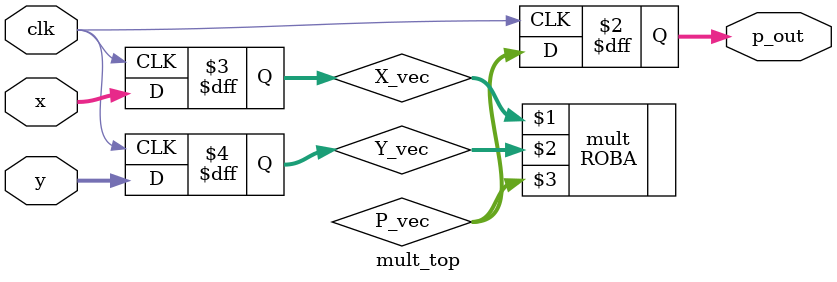
<source format=v>

`include "timescale.v"

module mult_top(
    // Clock and reset
    input clk,
    // Input X has a form x_i%d where %d denotes the bit number
    input  [15:0] x,
    // Input Y has a form y_i%d where %d denotes the bit number
    input  [15:0] y,
    // Output P has a form p_out%d where %d denotes the bit number
    output reg [31:0] p_out
    );

    
    // Now we have X_vec and Y_vec signal 
    // Then we do processing with these signals and store the 
    // intermidiate result in P_vec
    // For example purposes X_vec and Y_vec are concanated and stored in P_vec
    wire [31:0] P_vec;
    reg [15:0] X_vec;
    reg [15:0] Y_vec;
    
    ROBA mult(X_vec,Y_vec,P_vec); 

 
    always @(posedge clk) 
    begin
        p_out = P_vec;
        X_vec = x;
        Y_vec = y;
    end

endmodule 


</source>
